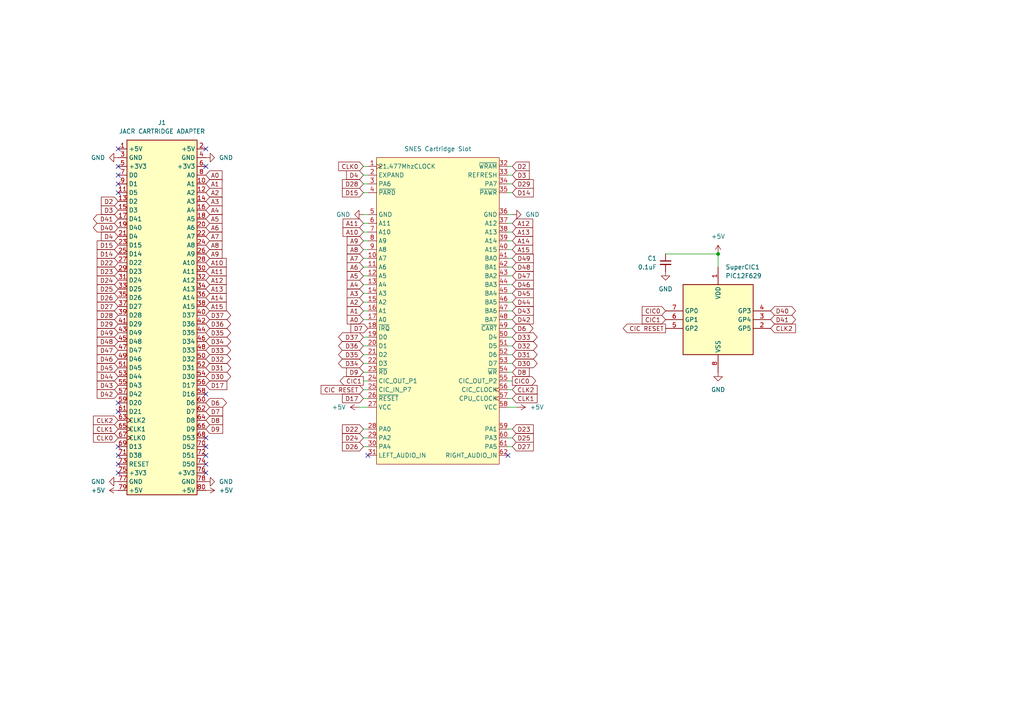
<source format=kicad_sch>
(kicad_sch (version 20250114) (generator "eeschema") (generator_version "9.0")
  (paper "A4")
  (title_block (title "SNES Adapter - Just Another Cartridge Reader") (date "2025-10-22") (company "Diplomatic Entertainment, LLC.") (comment 1 "CC BY 4.0"))
  (lib_symbols
    (symbol "Device:C_Small" (pin_numbers (hide yes)) (pin_names (offset 0.254) (hide yes))
      (property "Reference" "C" (at 0.254 1.778 0))
      (property "Value" "C_Small" (at 0.254 -2.032 0))
      (symbol "C_Small_0_1"
        (polyline (pts (xy -1.524 0.508) (xy 1.524 0.508)) (stroke (width 0.3048)))
        (polyline (pts (xy -1.524 -0.508) (xy 1.524 -0.508)) (stroke (width 0.3302)))
      )
      (symbol "C_Small_1_1"
        (pin passive line (at 0 2.54 270) (length 2.032) (name "~") (number "1"))
        (pin passive line (at 0 -2.54 90) (length 2.032) (name "~") (number "2"))
      )
    )
    (symbol "DiplomaticEntertainment:JACR_CARD_EDGE"
      (property "Reference" "J1" (at 0 54.61 0))
      (property "Value" "JACR CARTRIDGE ADAPTER" (at 0 52.07 0))
      (symbol "JACR_CARD_EDGE_0_1"
        (rectangle (start -10.16 49.53) (end 10.16 -53.34) (stroke (width 0.254)) (fill (type background)))
      )
      (symbol "JACR_CARD_EDGE_1_1"
        (pin power_out line (at -12.7 46.99 0) (length 2.54) (name "+5V") (number "1"))
        (pin power_in line (at -12.7 44.45 0) (length 2.54) (name "GND") (number "3"))
        (pin power_out line (at -12.7 41.91 0) (length 2.54) (name "+3V3") (number "5"))
        (pin bidirectional line (at -12.7 39.37 0) (length 2.54) (name "D0") (number "7"))
        (pin bidirectional line (at -12.7 36.83 0) (length 2.54) (name "D1") (number "9"))
        (pin bidirectional line (at -12.7 34.29 0) (length 2.54) (name "D5") (number "11"))
        (pin bidirectional line (at -12.7 31.75 0) (length 2.54) (name "D2") (number "13"))
        (pin bidirectional line (at -12.7 29.21 0) (length 2.54) (name "D3") (number "15"))
        (pin bidirectional line (at -12.7 26.67 0) (length 2.54) (name "D41") (number "17"))
        (pin bidirectional line (at -12.7 24.13 0) (length 2.54) (name "D40") (number "19"))
        (pin bidirectional line (at -12.7 21.59 0) (length 2.54) (name "D4") (number "21"))
        (pin bidirectional line (at -12.7 19.05 0) (length 2.54) (name "D15") (number "23"))
        (pin bidirectional line (at -12.7 16.51 0) (length 2.54) (name "D14") (number "25"))
        (pin bidirectional line (at -12.7 13.97 0) (length 2.54) (name "D22") (number "27"))
        (pin bidirectional line (at -12.7 11.43 0) (length 2.54) (name "D23") (number "29"))
        (pin bidirectional line (at -12.7 8.89 0) (length 2.54) (name "D24") (number "31"))
        (pin bidirectional line (at -12.7 6.35 0) (length 2.54) (name "D25") (number "33"))
        (pin bidirectional line (at -12.7 3.81 0) (length 2.54) (name "D26") (number "35"))
        (pin bidirectional line (at -12.7 1.27 0) (length 2.54) (name "D27") (number "37"))
        (pin bidirectional line (at -12.7 -1.27 0) (length 2.54) (name "D28") (number "39"))
        (pin bidirectional line (at -12.7 -3.81 0) (length 2.54) (name "D29") (number "41"))
        (pin bidirectional line (at -12.7 -6.35 0) (length 2.54) (name "D49") (number "43"))
        (pin bidirectional line (at -12.7 -8.89 0) (length 2.54) (name "D48") (number "45"))
        (pin bidirectional line (at -12.7 -11.43 0) (length 2.54) (name "D47") (number "47"))
        (pin bidirectional line (at -12.7 -13.97 0) (length 2.54) (name "D46") (number "49"))
        (pin bidirectional line (at -12.7 -16.51 0) (length 2.54) (name "D45") (number "51"))
        (pin bidirectional line (at -12.7 -19.05 0) (length 2.54) (name "D44") (number "53"))
        (pin bidirectional line (at -12.7 -21.59 0) (length 2.54) (name "D43") (number "55"))
        (pin bidirectional line (at -12.7 -24.13 0) (length 2.54) (name "D42") (number "57"))
        (pin bidirectional line (at -12.7 -26.67 0) (length 2.54) (name "D20") (number "59"))
        (pin bidirectional line (at -12.7 -29.21 0) (length 2.54) (name "D21") (number "61"))
        (pin output clock (at -12.7 -31.75 0) (length 2.54) (name "CLK2") (number "63"))
        (pin output clock (at -12.7 -34.29 0) (length 2.54) (name "CLK1") (number "65"))
        (pin output clock (at -12.7 -36.83 0) (length 2.54) (name "CLK0") (number "67"))
        (pin bidirectional line (at -12.7 -39.37 0) (length 2.54) (name "D13") (number "69"))
        (pin bidirectional line (at -12.7 -41.91 0) (length 2.54) (name "D38") (number "71"))
        (pin bidirectional line (at -12.7 -44.45 0) (length 2.54) (name "RESET") (number "73"))
        (pin power_out line (at -12.7 -46.99 0) (length 2.54) (name "+3V3") (number "75"))
        (pin power_in line (at -12.7 -49.53 0) (length 2.54) (name "GND") (number "77"))
        (pin power_out line (at -12.7 -52.07 0) (length 2.54) (name "+5V") (number "79"))
        (pin power_out line (at 12.7 46.99 180) (length 2.54) (name "+5V") (number "2"))
        (pin power_in line (at 12.7 44.45 180) (length 2.54) (name "GND") (number "4"))
        (pin power_out line (at 12.7 41.91 180) (length 2.54) (name "+3V3") (number "6"))
        (pin bidirectional line (at 12.7 39.37 180) (length 2.54) (name "A0") (number "8"))
        (pin bidirectional line (at 12.7 36.83 180) (length 2.54) (name "A1") (number "10"))
        (pin bidirectional line (at 12.7 34.29 180) (length 2.54) (name "A2") (number "12"))
        (pin bidirectional line (at 12.7 31.75 180) (length 2.54) (name "A3") (number "14"))
        (pin bidirectional line (at 12.7 29.21 180) (length 2.54) (name "A4") (number "16"))
        (pin bidirectional line (at 12.7 26.67 180) (length 2.54) (name "A5") (number "18"))
        (pin bidirectional line (at 12.7 24.13 180) (length 2.54) (name "A6") (number "20"))
        (pin bidirectional line (at 12.7 21.59 180) (length 2.54) (name "A7") (number "22"))
        (pin bidirectional line (at 12.7 19.05 180) (length 2.54) (name "A8") (number "24"))
        (pin bidirectional line (at 12.7 16.51 180) (length 2.54) (name "A9") (number "26"))
        (pin bidirectional line (at 12.7 13.97 180) (length 2.54) (name "A10") (number "28"))
        (pin bidirectional line (at 12.7 11.43 180) (length 2.54) (name "A11") (number "30"))
        (pin bidirectional line (at 12.7 8.89 180) (length 2.54) (name "A12") (number "32"))
        (pin bidirectional line (at 12.7 6.35 180) (length 2.54) (name "A13") (number "34"))
        (pin bidirectional line (at 12.7 3.81 180) (length 2.54) (name "A14") (number "36"))
        (pin bidirectional line (at 12.7 1.27 180) (length 2.54) (name "A15") (number "38"))
        (pin bidirectional line (at 12.7 -1.27 180) (length 2.54) (name "D37") (number "40"))
        (pin bidirectional line (at 12.7 -3.81 180) (length 2.54) (name "D36") (number "42"))
        (pin bidirectional line (at 12.7 -6.35 180) (length 2.54) (name "D35") (number "44"))
        (pin bidirectional line (at 12.7 -8.89 180) (length 2.54) (name "D34") (number "46"))
        (pin bidirectional line (at 12.7 -11.43 180) (length 2.54) (name "D33") (number "48"))
        (pin bidirectional line (at 12.7 -13.97 180) (length 2.54) (name "D32") (number "50"))
        (pin bidirectional line (at 12.7 -16.51 180) (length 2.54) (name "D31") (number "52"))
        (pin bidirectional line (at 12.7 -19.05 180) (length 2.54) (name "D30") (number "54"))
        (pin bidirectional line (at 12.7 -21.59 180) (length 2.54) (name "D17") (number "56"))
        (pin bidirectional line (at 12.7 -24.13 180) (length 2.54) (name "D16") (number "58"))
        (pin bidirectional line (at 12.7 -26.67 180) (length 2.54) (name "D6") (number "60"))
        (pin bidirectional line (at 12.7 -29.21 180) (length 2.54) (name "D7") (number "62"))
        (pin bidirectional line (at 12.7 -31.75 180) (length 2.54) (name "D8") (number "64"))
        (pin bidirectional line (at 12.7 -34.29 180) (length 2.54) (name "D9") (number "66"))
        (pin bidirectional line (at 12.7 -36.83 180) (length 2.54) (name "D53") (number "68"))
        (pin bidirectional line (at 12.7 -39.37 180) (length 2.54) (name "D52") (number "70"))
        (pin bidirectional line (at 12.7 -41.91 180) (length 2.54) (name "D51") (number "72"))
        (pin bidirectional line (at 12.7 -44.45 180) (length 2.54) (name "D50") (number "74"))
        (pin power_out line (at 12.7 -46.99 180) (length 2.54) (name "+3V3") (number "76"))
        (pin power_in line (at 12.7 -49.53 180) (length 2.54) (name "GND") (number "78"))
        (pin power_out line (at 12.7 -52.07 180) (length 2.54) (name "+5V") (number "80"))
      )
    )
    (symbol "MCU_Microchip_PIC12:PIC12F629-xSN"
      (property "Reference" "U" (at 1.27 13.97 0))
      (property "Value" "PIC12F629-xSN" (at 1.27 11.43 0))
      (symbol "PIC12F629-xSN_0_1"
        (rectangle (start 10.16 -10.16) (end -10.16 10.16) (stroke (width 0.254)) (fill (type background)))
      )
      (symbol "PIC12F629-xSN_1_1"
        (pin bidirectional line (at -15.24 2.54 0) (length 5.08) (name "GP0") (number "7"))
        (pin bidirectional line (at -15.24 0 0) (length 5.08) (name "GP1") (number "6"))
        (pin bidirectional line (at -15.24 -2.54 0) (length 5.08) (name "GP2") (number "5"))
        (pin power_in line (at 0 15.24 270) (length 5.08) (name "VDD") (number "1"))
        (pin power_in line (at 0 -15.24 90) (length 5.08) (name "VSS") (number "8"))
        (pin input line (at 15.24 2.54 180) (length 5.08) (name "GP3") (number "4"))
        (pin bidirectional line (at 15.24 0 180) (length 5.08) (name "GP4") (number "3"))
        (pin bidirectional line (at 15.24 -2.54 180) (length 5.08) (name "GP5") (number "2"))
      )
    )
    (symbol "Nintendo:SNES_Cartridge_Slot"
      (property "Value" "SNES Cartridge Slot" (at -0.762 0 0))
      (symbol "SNES_Cartridge_Slot_0_0"
        (pin unspecified line (at -20.32 26.67 0) (length 2.54) (name "A11") (number "6"))
        (pin unspecified line (at -20.32 24.13 0) (length 2.54) (name "A10") (number "7"))
        (pin unspecified line (at -20.32 21.59 0) (length 2.54) (name "A9") (number "8"))
        (pin unspecified line (at -20.32 19.05 0) (length 2.54) (name "A8") (number "9"))
        (pin unspecified line (at -20.32 16.51 0) (length 2.54) (name "A7") (number "10"))
        (pin unspecified line (at -20.32 13.97 0) (length 2.54) (name "A6") (number "11"))
        (pin unspecified line (at -20.32 11.43 0) (length 2.54) (name "A5") (number "12"))
        (pin unspecified line (at -20.32 8.89 0) (length 2.54) (name "A4") (number "13"))
        (pin unspecified line (at -20.32 6.35 0) (length 2.54) (name "A3") (number "14"))
        (pin unspecified line (at -20.32 3.81 0) (length 2.54) (name "A2") (number "15"))
        (pin unspecified line (at -20.32 1.27 0) (length 2.54) (name "A1") (number "16"))
        (pin unspecified line (at -20.32 -1.27 0) (length 2.54) (name "A0") (number "17"))
      )
      (symbol "SNES_Cartridge_Slot_1_0"
        (pin input clock (at -20.32 43.18 0) (length 2.54) (name "21.477MhzCLOCK") (number "1"))
        (pin unspecified line (at -20.32 40.64 0) (length 2.54) (name "EXPAND") (number "2"))
        (pin unspecified line (at -20.32 38.1 0) (length 2.54) (name "PA6") (number "3"))
        (pin unspecified line (at -20.32 35.56 0) (length 2.54) (name "~{PARD}") (number "4"))
        (pin power_in line (at -20.32 29.21 0) (length 2.54) (name "GND") (number "5"))
        (pin unspecified line (at -20.32 -3.81 0) (length 2.54) (name "~{IRQ}") (number "18"))
        (pin unspecified line (at -20.32 -6.35 0) (length 2.54) (name "D0") (number "19"))
        (pin unspecified line (at -20.32 -8.89 0) (length 2.54) (name "D1") (number "20"))
        (pin unspecified line (at -20.32 -11.43 0) (length 2.54) (name "D2") (number "21"))
        (pin unspecified line (at -20.32 -13.97 0) (length 2.54) (name "D3") (number "22"))
        (pin unspecified line (at -20.32 -16.51 0) (length 2.54) (name "~{RD}") (number "23"))
        (pin output line (at -20.32 -19.05 0) (length 2.54) (name "CIC_OUT_P1") (number "24"))
        (pin input line (at -20.32 -21.59 0) (length 2.54) (name "CIC_IN_P7") (number "25"))
        (pin unspecified line (at -20.32 -24.13 0) (length 2.54) (name "~{RESET}") (number "26"))
        (pin power_in line (at -20.32 -26.67 0) (length 2.54) (name "VCC") (number "27"))
        (pin unspecified line (at -20.32 -33.02 0) (length 2.54) (name "PA0") (number "28"))
        (pin unspecified line (at -20.32 -35.56 0) (length 2.54) (name "PA2") (number "29"))
        (pin unspecified line (at -20.32 -38.1 0) (length 2.54) (name "PA4") (number "30"))
        (pin input line (at -20.32 -40.64 0) (length 2.54) (name "LEFT_AUDIO_IN") (number "31"))
        (pin unspecified line (at 20.32 43.18 180) (length 2.54) (name "~{WRAM}") (number "32"))
        (pin unspecified line (at 20.32 40.64 180) (length 2.54) (name "REFRESH") (number "33"))
        (pin unspecified line (at 20.32 38.1 180) (length 2.54) (name "PA7") (number "34"))
        (pin unspecified line (at 20.32 35.56 180) (length 2.54) (name "~{PAWR}") (number "35"))
        (pin power_in line (at 20.32 29.21 180) (length 2.54) (name "GND") (number "36"))
        (pin unspecified line (at 20.32 26.67 180) (length 2.54) (name "A12") (number "37"))
        (pin unspecified line (at 20.32 24.13 180) (length 2.54) (name "A13") (number "38"))
        (pin unspecified line (at 20.32 21.59 180) (length 2.54) (name "A14") (number "39"))
        (pin unspecified line (at 20.32 19.05 180) (length 2.54) (name "A15") (number "40"))
        (pin unspecified line (at 20.32 16.51 180) (length 2.54) (name "BA0") (number "41"))
        (pin unspecified line (at 20.32 13.97 180) (length 2.54) (name "BA1") (number "42"))
        (pin unspecified line (at 20.32 11.43 180) (length 2.54) (name "BA2") (number "43"))
        (pin unspecified line (at 20.32 8.89 180) (length 2.54) (name "BA3") (number "44"))
        (pin unspecified line (at 20.32 6.35 180) (length 2.54) (name "BA4") (number "45"))
        (pin unspecified line (at 20.32 3.81 180) (length 2.54) (name "BA5") (number "46"))
        (pin unspecified line (at 20.32 1.27 180) (length 2.54) (name "BA6") (number "47"))
        (pin unspecified line (at 20.32 -1.27 180) (length 2.54) (name "BA7") (number "48"))
        (pin unspecified line (at 20.32 -3.81 180) (length 2.54) (name "~{CART}") (number "49"))
        (pin unspecified line (at 20.32 -6.35 180) (length 2.54) (name "D4") (number "50"))
        (pin unspecified line (at 20.32 -8.89 180) (length 2.54) (name "D5") (number "51"))
        (pin unspecified line (at 20.32 -11.43 180) (length 2.54) (name "D6") (number "52"))
        (pin unspecified line (at 20.32 -13.97 180) (length 2.54) (name "D7") (number "53"))
        (pin unspecified line (at 20.32 -16.51 180) (length 2.54) (name "~{WR}") (number "54"))
        (pin output line (at 20.32 -19.05 180) (length 2.54) (name "CIC_OUT_P2") (number "55"))
        (pin input clock (at 20.32 -21.59 180) (length 2.54) (name "CIC_CLOCK") (number "56"))
        (pin input clock (at 20.32 -24.13 180) (length 2.54) (name "CPU_CLOCK") (number "57"))
        (pin power_in line (at 20.32 -26.67 180) (length 2.54) (name "VCC") (number "58"))
        (pin unspecified line (at 20.32 -33.02 180) (length 2.54) (name "PA1") (number "59"))
        (pin unspecified line (at 20.32 -35.56 180) (length 2.54) (name "PA3") (number "60"))
        (pin unspecified line (at 20.32 -38.1 180) (length 2.54) (name "PA5") (number "61"))
        (pin unspecified line (at 20.32 -40.64 180) (length 2.54) (name "RIGHT_AUDIO_IN") (number "62"))
      )
      (symbol "SNES_Cartridge_Slot_1_1"
        (rectangle (start -17.78 45.72) (end 17.78 -43.18) (fill (type background)))
      )
    )
    (symbol "power:+5V" (power) (pin_numbers (hide yes)) (pin_names (offset 0) (hide yes))
      (property "Value" "+5V" (at 0 3.556 0))
      (symbol "+5V_0_1"
        (polyline (pts (xy -0.762 1.27) (xy 0 2.54)))
        (polyline (pts (xy 0 2.54) (xy 0.762 1.27)))
        (polyline (pts (xy 0 0) (xy 0 2.54)))
      )
      (symbol "+5V_1_1"
        (pin power_in line (at 0 0 90) (length 0) (name "~") (number "1"))
      )
    )
    (symbol "power:GND" (power) (pin_numbers (hide yes)) (pin_names (offset 0) (hide yes))
      (property "Value" "GND" (at 0 -3.81 0))
      (symbol "GND_0_1"
        (polyline (pts (xy 0 0) (xy 0 -1.27) (xy 1.27 -1.27) (xy 0 -2.54) (xy -1.27 -1.27) (xy 0 -1.27)))
      )
      (symbol "GND_1_1"
        (pin power_in line (at 0 0 270) (length 0) (name "~") (number "1"))
      )
    )
  )
  (junction (at 208.28 73.66))
  (no_connect (at 34.29 116.84))
  (no_connect (at 34.29 43.18))
  (no_connect (at 59.69 132.08))
  (no_connect (at 34.29 132.08))
  (no_connect (at 34.29 48.26))
  (no_connect (at 59.69 43.18))
  (no_connect (at 59.69 137.16))
  (no_connect (at 59.69 129.54))
  (no_connect (at 34.29 53.34))
  (no_connect (at 147.32 132.08))
  (no_connect (at 34.29 55.88))
  (no_connect (at 34.29 50.8))
  (no_connect (at 34.29 137.16))
  (no_connect (at 106.68 132.08))
  (no_connect (at 59.69 114.3))
  (no_connect (at 34.29 119.38))
  (no_connect (at 34.29 134.62))
  (no_connect (at 34.29 129.54))
  (no_connect (at 59.69 134.62))
  (no_connect (at 59.69 48.26))
  (no_connect (at 59.69 127))
  (wire (pts (xy 104.14 118.11) (xy 106.68 118.11)))
  (wire (pts (xy 105.41 64.77) (xy 106.68 64.77)))
  (wire (pts (xy 148.59 50.8) (xy 147.32 50.8)))
  (wire (pts (xy 148.59 74.93) (xy 147.32 74.93)))
  (wire (pts (xy 148.59 85.09) (xy 147.32 85.09)))
  (wire (pts (xy 105.41 80.01) (xy 106.68 80.01)))
  (wire (pts (xy 105.41 90.17) (xy 106.68 90.17)))
  (wire (pts (xy 105.41 62.23) (xy 106.68 62.23)))
  (wire (pts (xy 105.41 48.26) (xy 106.68 48.26)))
  (wire (pts (xy 148.59 87.63) (xy 147.32 87.63)))
  (wire (pts (xy 105.41 72.39) (xy 106.68 72.39)))
  (wire (pts (xy 105.41 113.03) (xy 106.68 113.03)))
  (wire (pts (xy 148.59 53.34) (xy 147.32 53.34)))
  (wire (pts (xy 105.41 127) (xy 106.68 127)))
  (wire (pts (xy 105.41 92.71) (xy 106.68 92.71)))
  (wire (pts (xy 105.41 124.46) (xy 106.68 124.46)))
  (wire (pts (xy 105.41 107.95) (xy 106.68 107.95)))
  (wire (pts (xy 148.59 100.33) (xy 147.32 100.33)))
  (wire (pts (xy 148.59 107.95) (xy 147.32 107.95)))
  (wire (pts (xy 105.41 115.57) (xy 106.68 115.57)))
  (wire (pts (xy 148.59 105.41) (xy 147.32 105.41)))
  (wire (pts (xy 105.41 69.85) (xy 106.68 69.85)))
  (wire (pts (xy 148.59 113.03) (xy 147.32 113.03)))
  (wire (pts (xy 148.59 77.47) (xy 147.32 77.47)))
  (wire (pts (xy 148.59 82.55) (xy 147.32 82.55)))
  (wire (pts (xy 105.41 53.34) (xy 106.68 53.34)))
  (wire (pts (xy 105.41 97.79) (xy 106.68 97.79)))
  (wire (pts (xy 105.41 77.47) (xy 106.68 77.47)))
  (wire (pts (xy 105.41 105.41) (xy 106.68 105.41)))
  (wire (pts (xy 148.59 97.79) (xy 147.32 97.79)))
  (wire (pts (xy 105.41 67.31) (xy 106.68 67.31)))
  (wire (pts (xy 148.59 90.17) (xy 147.32 90.17)))
  (wire (pts (xy 105.41 82.55) (xy 106.68 82.55)))
  (wire (pts (xy 148.59 127) (xy 147.32 127)))
  (wire (pts (xy 148.59 48.26) (xy 147.32 48.26)))
  (wire (pts (xy 105.41 100.33) (xy 106.68 100.33)))
  (wire (pts (xy 148.59 64.77) (xy 147.32 64.77)))
  (wire (pts (xy 193.04 73.66) (xy 208.28 73.66)))
  (wire (pts (xy 149.86 118.11) (xy 147.32 118.11)))
  (wire (pts (xy 148.59 69.85) (xy 147.32 69.85)))
  (wire (pts (xy 148.59 62.23) (xy 147.32 62.23)))
  (wire (pts (xy 148.59 67.31) (xy 147.32 67.31)))
  (wire (pts (xy 148.59 80.01) (xy 147.32 80.01)))
  (wire (pts (xy 105.41 129.54) (xy 106.68 129.54)))
  (wire (pts (xy 105.41 85.09) (xy 106.68 85.09)))
  (wire (pts (xy 148.59 129.54) (xy 147.32 129.54)))
  (wire (pts (xy 148.59 110.49) (xy 147.32 110.49)))
  (wire (pts (xy 105.41 74.93) (xy 106.68 74.93)))
  (wire (pts (xy 105.41 50.8) (xy 106.68 50.8)))
  (wire (pts (xy 148.59 115.57) (xy 147.32 115.57)))
  (wire (pts (xy 148.59 72.39) (xy 147.32 72.39)))
  (wire (pts (xy 208.28 73.66) (xy 208.28 77.47)))
  (wire (pts (xy 148.59 95.25) (xy 147.32 95.25)))
  (wire (pts (xy 148.59 55.88) (xy 147.32 55.88)))
  (wire (pts (xy 148.59 102.87) (xy 147.32 102.87)))
  (wire (pts (xy 148.59 124.46) (xy 147.32 124.46)))
  (wire (pts (xy 105.41 55.88) (xy 106.68 55.88)))
  (wire (pts (xy 105.41 87.63) (xy 106.68 87.63)))
  (wire (pts (xy 105.41 110.49) (xy 106.68 110.49)))
  (wire (pts (xy 148.59 92.71) (xy 147.32 92.71)))
  (wire (pts (xy 105.41 102.87) (xy 106.68 102.87)))
  (global_label "D37" (shape bidirectional) (at 59.69 91.44 0) (property "Intersheetrefs" "${INTERSHEET_REFS}" (effects (hide yes))))
  (global_label "D23" (shape input) (at 34.29 78.74 180) (property "Intersheetrefs" "${INTERSHEET_REFS}" (effects (hide yes))))
  (global_label "CIC RESET" (shape output) (at 193.04 95.25 180) (property "Intersheetrefs" "${INTERSHEET_REFS}" (effects (hide yes))))
  (global_label "D3" (shape input) (at 34.29 60.96 180) (property "Intersheetrefs" "${INTERSHEET_REFS}" (effects (hide yes))))
  (global_label "D45" (shape input) (at 34.29 106.68 180) (property "Intersheetrefs" "${INTERSHEET_REFS}" (effects (hide yes))))
  (global_label "CIC RESET" (shape input) (at 105.41 113.03 180) (property "Intersheetrefs" "${INTERSHEET_REFS}" (effects (hide yes))))
  (global_label "A6" (shape input) (at 105.41 77.47 180) (property "Intersheetrefs" "${INTERSHEET_REFS}" (effects (hide yes))))
  (global_label "A12" (shape input) (at 59.69 81.28 0) (property "Intersheetrefs" "${INTERSHEET_REFS}" (effects (hide yes))))
  (global_label "D35" (shape bidirectional) (at 105.41 102.87 180) (property "Intersheetrefs" "${INTERSHEET_REFS}" (effects (hide yes))))
  (global_label "A0" (shape input) (at 105.41 92.71 180) (property "Intersheetrefs" "${INTERSHEET_REFS}" (effects (hide yes))))
  (global_label "D2" (shape input) (at 148.59 48.26 0) (property "Intersheetrefs" "${INTERSHEET_REFS}" (effects (hide yes))))
  (global_label "D49" (shape input) (at 34.29 96.52 180) (property "Intersheetrefs" "${INTERSHEET_REFS}" (effects (hide yes))))
  (global_label "D22" (shape input) (at 34.29 76.2 180) (property "Intersheetrefs" "${INTERSHEET_REFS}" (effects (hide yes))))
  (global_label "A11" (shape input) (at 105.41 64.77 180) (property "Intersheetrefs" "${INTERSHEET_REFS}" (effects (hide yes))))
  (global_label "D41" (shape bidirectional) (at 223.52 92.71 0) (property "Intersheetrefs" "${INTERSHEET_REFS}" (effects (hide yes))))
  (global_label "D8" (shape input) (at 59.69 121.92 0) (property "Intersheetrefs" "${INTERSHEET_REFS}" (effects (hide yes))))
  (global_label "A6" (shape input) (at 59.69 66.04 0) (property "Intersheetrefs" "${INTERSHEET_REFS}" (effects (hide yes))))
  (global_label "D32" (shape bidirectional) (at 59.69 104.14 0) (property "Intersheetrefs" "${INTERSHEET_REFS}" (effects (hide yes))))
  (global_label "A5" (shape input) (at 105.41 80.01 180) (property "Intersheetrefs" "${INTERSHEET_REFS}" (effects (hide yes))))
  (global_label "D9" (shape input) (at 105.41 107.95 180) (property "Intersheetrefs" "${INTERSHEET_REFS}" (effects (hide yes))))
  (global_label "D9" (shape input) (at 59.69 124.46 0) (property "Intersheetrefs" "${INTERSHEET_REFS}" (effects (hide yes))))
  (global_label "A10" (shape input) (at 59.69 76.2 0) (property "Intersheetrefs" "${INTERSHEET_REFS}" (effects (hide yes))))
  (global_label "A8" (shape input) (at 105.41 72.39 180) (property "Intersheetrefs" "${INTERSHEET_REFS}" (effects (hide yes))))
  (global_label "CIC1" (shape input) (at 193.04 92.71 180) (property "Intersheetrefs" "${INTERSHEET_REFS}" (effects (hide yes))))
  (global_label "D24" (shape input) (at 34.29 81.28 180) (property "Intersheetrefs" "${INTERSHEET_REFS}" (effects (hide yes))))
  (global_label "D49" (shape input) (at 148.59 74.93 0) (property "Intersheetrefs" "${INTERSHEET_REFS}" (effects (hide yes))))
  (global_label "A1" (shape input) (at 59.69 53.34 0) (property "Intersheetrefs" "${INTERSHEET_REFS}" (effects (hide yes))))
  (global_label "D17" (shape input) (at 59.69 111.76 0) (property "Intersheetrefs" "${INTERSHEET_REFS}" (effects (hide yes))))
  (global_label "D48" (shape input) (at 148.59 77.47 0) (property "Intersheetrefs" "${INTERSHEET_REFS}" (effects (hide yes))))
  (global_label "CLK1" (shape input) (at 148.59 115.57 0) (property "Intersheetrefs" "${INTERSHEET_REFS}" (effects (hide yes))))
  (global_label "D6" (shape bidirectional) (at 59.69 116.84 0) (property "Intersheetrefs" "${INTERSHEET_REFS}" (effects (hide yes))))
  (global_label "A1" (shape input) (at 105.41 90.17 180) (property "Intersheetrefs" "${INTERSHEET_REFS}" (effects (hide yes))))
  (global_label "D30" (shape bidirectional) (at 148.59 105.41 0) (property "Intersheetrefs" "${INTERSHEET_REFS}" (effects (hide yes))))
  (global_label "A14" (shape input) (at 148.59 69.85 0) (property "Intersheetrefs" "${INTERSHEET_REFS}" (effects (hide yes))))
  (global_label "D25" (shape input) (at 148.59 127 0) (property "Intersheetrefs" "${INTERSHEET_REFS}" (effects (hide yes))))
  (global_label "CLK2" (shape input) (at 148.59 113.03 0) (property "Intersheetrefs" "${INTERSHEET_REFS}" (effects (hide yes))))
  (global_label "D35" (shape bidirectional) (at 59.69 96.52 0) (property "Intersheetrefs" "${INTERSHEET_REFS}" (effects (hide yes))))
  (global_label "D15" (shape input) (at 105.41 55.88 180) (property "Intersheetrefs" "${INTERSHEET_REFS}" (effects (hide yes))))
  (global_label "D37" (shape bidirectional) (at 105.41 97.79 180) (property "Intersheetrefs" "${INTERSHEET_REFS}" (effects (hide yes))))
  (global_label "D3" (shape input) (at 148.59 50.8 0) (property "Intersheetrefs" "${INTERSHEET_REFS}" (effects (hide yes))))
  (global_label "D15" (shape input) (at 34.29 71.12 180) (property "Intersheetrefs" "${INTERSHEET_REFS}" (effects (hide yes))))
  (global_label "D30" (shape bidirectional) (at 59.69 109.22 0) (property "Intersheetrefs" "${INTERSHEET_REFS}" (effects (hide yes))))
  (global_label "D31" (shape bidirectional) (at 148.59 102.87 0) (property "Intersheetrefs" "${INTERSHEET_REFS}" (effects (hide yes))))
  (global_label "D14" (shape input) (at 34.29 73.66 180) (property "Intersheetrefs" "${INTERSHEET_REFS}" (effects (hide yes))))
  (global_label "D24" (shape input) (at 105.41 127 180) (property "Intersheetrefs" "${INTERSHEET_REFS}" (effects (hide yes))))
  (global_label "D46" (shape input) (at 34.29 104.14 180) (property "Intersheetrefs" "${INTERSHEET_REFS}" (effects (hide yes))))
  (global_label "A2" (shape input) (at 59.69 55.88 0) (property "Intersheetrefs" "${INTERSHEET_REFS}" (effects (hide yes))))
  (global_label "CLK0" (shape input) (at 105.41 48.26 180) (property "Intersheetrefs" "${INTERSHEET_REFS}" (effects (hide yes))))
  (global_label "D28" (shape input) (at 105.41 53.34 180) (property "Intersheetrefs" "${INTERSHEET_REFS}" (effects (hide yes))))
  (global_label "D36" (shape bidirectional) (at 59.69 93.98 0) (property "Intersheetrefs" "${INTERSHEET_REFS}" (effects (hide yes))))
  (global_label "A2" (shape input) (at 105.41 87.63 180) (property "Intersheetrefs" "${INTERSHEET_REFS}" (effects (hide yes))))
  (global_label "D7" (shape input) (at 59.69 119.38 0) (property "Intersheetrefs" "${INTERSHEET_REFS}" (effects (hide yes))))
  (global_label "D32" (shape bidirectional) (at 148.59 100.33 0) (property "Intersheetrefs" "${INTERSHEET_REFS}" (effects (hide yes))))
  (global_label "A7" (shape input) (at 59.69 68.58 0) (property "Intersheetrefs" "${INTERSHEET_REFS}" (effects (hide yes))))
  (global_label "D40" (shape bidirectional) (at 223.52 90.17 0) (property "Intersheetrefs" "${INTERSHEET_REFS}" (effects (hide yes))))
  (global_label "D29" (shape input) (at 148.59 53.34 0) (property "Intersheetrefs" "${INTERSHEET_REFS}" (effects (hide yes))))
  (global_label "D28" (shape input) (at 34.29 91.44 180) (property "Intersheetrefs" "${INTERSHEET_REFS}" (effects (hide yes))))
  (global_label "D42" (shape input) (at 34.29 114.3 180) (property "Intersheetrefs" "${INTERSHEET_REFS}" (effects (hide yes))))
  (global_label "D26" (shape input) (at 105.41 129.54 180) (property "Intersheetrefs" "${INTERSHEET_REFS}" (effects (hide yes))))
  (global_label "D42" (shape input) (at 148.59 92.71 0) (property "Intersheetrefs" "${INTERSHEET_REFS}" (effects (hide yes))))
  (global_label "D33" (shape bidirectional) (at 59.69 101.6 0) (property "Intersheetrefs" "${INTERSHEET_REFS}" (effects (hide yes))))
  (global_label "D44" (shape input) (at 34.29 109.22 180) (property "Intersheetrefs" "${INTERSHEET_REFS}" (effects (hide yes))))
  (global_label "A4" (shape input) (at 59.69 60.96 0) (property "Intersheetrefs" "${INTERSHEET_REFS}" (effects (hide yes))))
  (global_label "D47" (shape input) (at 148.59 80.01 0) (property "Intersheetrefs" "${INTERSHEET_REFS}" (effects (hide yes))))
  (global_label "A11" (shape input) (at 59.69 78.74 0) (property "Intersheetrefs" "${INTERSHEET_REFS}" (effects (hide yes))))
  (global_label "D22" (shape input) (at 105.41 124.46 180) (property "Intersheetrefs" "${INTERSHEET_REFS}" (effects (hide yes))))
  (global_label "A3" (shape input) (at 59.69 58.42 0) (property "Intersheetrefs" "${INTERSHEET_REFS}" (effects (hide yes))))
  (global_label "D29" (shape input) (at 34.29 93.98 180) (property "Intersheetrefs" "${INTERSHEET_REFS}" (effects (hide yes))))
  (global_label "D17" (shape input) (at 105.41 115.57 180) (property "Intersheetrefs" "${INTERSHEET_REFS}" (effects (hide yes))))
  (global_label "D36" (shape bidirectional) (at 105.41 100.33 180) (property "Intersheetrefs" "${INTERSHEET_REFS}" (effects (hide yes))))
  (global_label "A5" (shape input) (at 59.69 63.5 0) (property "Intersheetrefs" "${INTERSHEET_REFS}" (effects (hide yes))))
  (global_label "D23" (shape input) (at 148.59 124.46 0) (property "Intersheetrefs" "${INTERSHEET_REFS}" (effects (hide yes))))
  (global_label "D34" (shape bidirectional) (at 105.41 105.41 180) (property "Intersheetrefs" "${INTERSHEET_REFS}" (effects (hide yes))))
  (global_label "D8" (shape input) (at 148.59 107.95 0) (property "Intersheetrefs" "${INTERSHEET_REFS}" (effects (hide yes))))
  (global_label "D45" (shape input) (at 148.59 85.09 0) (property "Intersheetrefs" "${INTERSHEET_REFS}" (effects (hide yes))))
  (global_label "D47" (shape input) (at 34.29 101.6 180) (property "Intersheetrefs" "${INTERSHEET_REFS}" (effects (hide yes))))
  (global_label "D6" (shape bidirectional) (at 148.59 95.25 0) (property "Intersheetrefs" "${INTERSHEET_REFS}" (effects (hide yes))))
  (global_label "D26" (shape input) (at 34.29 86.36 180) (property "Intersheetrefs" "${INTERSHEET_REFS}" (effects (hide yes))))
  (global_label "D43" (shape input) (at 34.29 111.76 180) (property "Intersheetrefs" "${INTERSHEET_REFS}" (effects (hide yes))))
  (global_label "D43" (shape input) (at 148.59 90.17 0) (property "Intersheetrefs" "${INTERSHEET_REFS}" (effects (hide yes))))
  (global_label "D31" (shape bidirectional) (at 59.69 106.68 0) (property "Intersheetrefs" "${INTERSHEET_REFS}" (effects (hide yes))))
  (global_label "CLK1" (shape input) (at 34.29 124.46 180) (property "Intersheetrefs" "${INTERSHEET_REFS}" (effects (hide yes))))
  (global_label "D4" (shape input) (at 105.41 50.8 180) (property "Intersheetrefs" "${INTERSHEET_REFS}" (effects (hide yes))))
  (global_label "CIC0" (shape output) (at 148.59 110.49 0) (property "Intersheetrefs" "${INTERSHEET_REFS}" (effects (hide yes))))
  (global_label "A13" (shape input) (at 59.69 83.82 0) (property "Intersheetrefs" "${INTERSHEET_REFS}" (effects (hide yes))))
  (global_label "D44" (shape input) (at 148.59 87.63 0) (property "Intersheetrefs" "${INTERSHEET_REFS}" (effects (hide yes))))
  (global_label "CLK0" (shape input) (at 34.29 127 180) (property "Intersheetrefs" "${INTERSHEET_REFS}" (effects (hide yes))))
  (global_label "D27" (shape input) (at 34.29 88.9 180) (property "Intersheetrefs" "${INTERSHEET_REFS}" (effects (hide yes))))
  (global_label "D46" (shape input) (at 148.59 82.55 0) (property "Intersheetrefs" "${INTERSHEET_REFS}" (effects (hide yes))))
  (global_label "A15" (shape input) (at 59.69 88.9 0) (property "Intersheetrefs" "${INTERSHEET_REFS}" (effects (hide yes))))
  (global_label "A7" (shape input) (at 105.41 74.93 180) (property "Intersheetrefs" "${INTERSHEET_REFS}" (effects (hide yes))))
  (global_label "D40" (shape bidirectional) (at 34.29 66.04 180) (property "Intersheetrefs" "${INTERSHEET_REFS}" (effects (hide yes))))
  (global_label "A12" (shape input) (at 148.59 64.77 0) (property "Intersheetrefs" "${INTERSHEET_REFS}" (effects (hide yes))))
  (global_label "A14" (shape input) (at 59.69 86.36 0) (property "Intersheetrefs" "${INTERSHEET_REFS}" (effects (hide yes))))
  (global_label "D14" (shape input) (at 148.59 55.88 0) (property "Intersheetrefs" "${INTERSHEET_REFS}" (effects (hide yes))))
  (global_label "D33" (shape bidirectional) (at 148.59 97.79 0) (property "Intersheetrefs" "${INTERSHEET_REFS}" (effects (hide yes))))
  (global_label "D4" (shape input) (at 34.29 68.58 180) (property "Intersheetrefs" "${INTERSHEET_REFS}" (effects (hide yes))))
  (global_label "A8" (shape input) (at 59.69 71.12 0) (property "Intersheetrefs" "${INTERSHEET_REFS}" (effects (hide yes))))
  (global_label "A10" (shape input) (at 105.41 67.31 180) (property "Intersheetrefs" "${INTERSHEET_REFS}" (effects (hide yes))))
  (global_label "A0" (shape input) (at 59.69 50.8 0) (property "Intersheetrefs" "${INTERSHEET_REFS}" (effects (hide yes))))
  (global_label "D2" (shape input) (at 34.29 58.42 180) (property "Intersheetrefs" "${INTERSHEET_REFS}" (effects (hide yes))))
  (global_label "D41" (shape bidirectional) (at 34.29 63.5 180) (property "Intersheetrefs" "${INTERSHEET_REFS}" (effects (hide yes))))
  (global_label "CLK2" (shape input) (at 34.29 121.92 180) (property "Intersheetrefs" "${INTERSHEET_REFS}" (effects (hide yes))))
  (global_label "A15" (shape input) (at 148.59 72.39 0) (property "Intersheetrefs" "${INTERSHEET_REFS}" (effects (hide yes))))
  (global_label "D7" (shape input) (at 106.68 95.25 180) (property "Intersheetrefs" "${INTERSHEET_REFS}" (effects (hide yes))))
  (global_label "CIC0" (shape input) (at 193.04 90.17 180) (property "Intersheetrefs" "${INTERSHEET_REFS}" (effects (hide yes))))
  (global_label "D27" (shape input) (at 148.59 129.54 0) (property "Intersheetrefs" "${INTERSHEET_REFS}" (effects (hide yes))))
  (global_label "CLK2" (shape input) (at 223.52 95.25 0) (property "Intersheetrefs" "${INTERSHEET_REFS}" (effects (hide yes))))
  (global_label "D25" (shape input) (at 34.29 83.82 180) (property "Intersheetrefs" "${INTERSHEET_REFS}" (effects (hide yes))))
  (global_label "D48" (shape input) (at 34.29 99.06 180) (property "Intersheetrefs" "${INTERSHEET_REFS}" (effects (hide yes))))
  (global_label "A3" (shape input) (at 105.41 85.09 180) (property "Intersheetrefs" "${INTERSHEET_REFS}" (effects (hide yes))))
  (global_label "A9" (shape input) (at 59.69 73.66 0) (property "Intersheetrefs" "${INTERSHEET_REFS}" (effects (hide yes))))
  (global_label "A9" (shape input) (at 105.41 69.85 180) (property "Intersheetrefs" "${INTERSHEET_REFS}" (effects (hide yes))))
  (global_label "D34" (shape bidirectional) (at 59.69 99.06 0) (property "Intersheetrefs" "${INTERSHEET_REFS}" (effects (hide yes))))
  (global_label "A13" (shape input) (at 148.59 67.31 0) (property "Intersheetrefs" "${INTERSHEET_REFS}" (effects (hide yes))))
  (global_label "A4" (shape input) (at 105.41 82.55 180) (property "Intersheetrefs" "${INTERSHEET_REFS}" (effects (hide yes))))
  (global_label "CIC1" (shape output) (at 105.41 110.49 180) (property "Intersheetrefs" "${INTERSHEET_REFS}" (effects (hide yes))))
  (symbol (lib_id "power:GND") (at 59.69 45.72 90) (unit 1)
    (property "Reference" "#PWR04" (effects (hide yes)))
    (property "Value" "GND" (at 63.5 45.7199 90) (effects (justify right)))
    (property "Description" "Power symbol creates a global label with name \"GND\" , ground" (effects (hide yes)))
  )
  (symbol (lib_id "Nintendo:SNES_Cartridge_Slot") (at 127 91.44 0) (unit 1)
    (property "Reference" "J2" (effects (hide yes)))
    (property "Value" "SNES Cartridge Slot" (at 127 43.18 0))
    (property "Footprint" "Nintendo:SNES Cartridge Connector 62PIN 2.5mm CardEdge" (effects (hide yes)))
    (property "Description" "Super Nintendo Entertainment System 2.5mm 62 Pin" (effects (hide yes)))
  )
  (symbol (lib_id "power:+5V") (at 59.69 142.24 270) (mirror x) (unit 1)
    (property "Reference" "#PWR013" (effects (hide yes)))
    (property "Value" "+5V" (at 63.5 142.2399 90) (effects (justify left)))
    (property "Description" "Power symbol creates a global label with name \"+5V\"" (effects (hide yes)))
  )
  (symbol (lib_id "power:GND") (at 193.04 78.74 0) (unit 1)
    (property "Reference" "#PWR012" (effects (hide yes)))
    (property "Value" "GND" (at 193.04 83.82 0))
    (property "Description" "Power symbol creates a global label with name \"GND\" , ground" (effects (hide yes)))
  )
  (symbol (lib_id "power:GND") (at 59.69 139.7 90) (unit 1)
    (property "Reference" "#PWR07" (effects (hide yes)))
    (property "Value" "GND" (at 63.5 139.6999 90) (effects (justify right)))
    (property "Description" "Power symbol creates a global label with name \"GND\" , ground" (effects (hide yes)))
  )
  (symbol (lib_id "power:GND") (at 34.29 45.72 270) (unit 1)
    (property "Reference" "#PWR05" (effects (hide yes)))
    (property "Value" "GND" (at 30.48 45.7199 90) (effects (justify right)))
    (property "Description" "Power symbol creates a global label with name \"GND\" , ground" (effects (hide yes)))
  )
  (symbol (lib_id "power:GND") (at 105.41 62.23 270) (unit 1)
    (property "Reference" "#PWR03" (effects (hide yes)))
    (property "Value" "GND" (at 101.6 62.2299 90) (effects (justify right)))
    (property "Description" "Power symbol creates a global label with name \"GND\" , ground" (effects (hide yes)))
  )
  (symbol (lib_id "power:+5V") (at 149.86 118.11 270) (unit 1)
    (property "Reference" "#PWR010" (effects (hide yes)))
    (property "Value" "+5V" (at 153.67 118.1099 90) (effects (justify left)))
    (property "Description" "Power symbol creates a global label with name \"+5V\"" (effects (hide yes)))
  )
  (symbol (lib_id "power:GND") (at 148.59 62.23 90) (unit 1)
    (property "Reference" "#PWR02" (effects (hide yes)))
    (property "Value" "GND" (at 152.4 62.2299 90) (effects (justify right)))
    (property "Description" "Power symbol creates a global label with name \"GND\" , ground" (effects (hide yes)))
  )
  (symbol (lib_id "DiplomaticEntertainment:JACR_CARD_EDGE") (at 46.99 90.17 0) (unit 1)
    (property "Reference" "J1" (at 46.99 35.56 0))
    (property "Value" "JACR CARTRIDGE ADAPTER" (at 46.99 38.1 0))
    (property "Footprint" "DiplomaticEntertainment:JACR Cartridge Connector" (effects (hide yes)))
    (property "Description" "Connector 5V 3.3V 12V Bidrectional JACR" (effects (hide yes)))
  )
  (symbol (lib_id "Device:C_Small") (at 193.04 76.2 0) (mirror y) (unit 1)
    (property "Reference" "C1" (at 190.5 74.9362 0) (effects (justify left)))
    (property "Value" "0.1uF" (at 190.5 77.4762 0) (effects (justify left)))
    (property "Footprint" "Capacitor_SMD:C_0603_1608Metric_Pad1.08x0.95mm_HandSolder" (effects (hide yes)))
    (property "Description" "Unpolarized capacitor, small symbol" (effects (hide yes)))
  )
  (symbol (lib_id "power:+5V") (at 208.28 73.66 0) (unit 1)
    (property "Reference" "#PWR011" (effects (hide yes)))
    (property "Value" "+5V" (at 208.28 68.58 0))
    (property "Description" "Power symbol creates a global label with name \"+5V\"" (effects (hide yes)))
  )
  (symbol (lib_id "power:+5V") (at 34.29 142.24 90) (unit 1)
    (property "Reference" "#PWR08" (effects (hide yes)))
    (property "Value" "+5V" (at 30.48 142.2399 90) (effects (justify left)))
    (property "Description" "Power symbol creates a global label with name \"+5V\"" (effects (hide yes)))
  )
  (symbol (lib_id "power:GND") (at 34.29 139.7 270) (unit 1)
    (property "Reference" "#PWR06" (effects (hide yes)))
    (property "Value" "GND" (at 30.48 139.6999 90) (effects (justify right)))
    (property "Description" "Power symbol creates a global label with name \"GND\" , ground" (effects (hide yes)))
  )
  (symbol (lib_id "power:+5V") (at 104.14 118.11 90) (unit 1)
    (property "Reference" "#PWR09" (effects (hide yes)))
    (property "Value" "+5V" (at 100.33 118.1099 90) (effects (justify left)))
    (property "Description" "Power symbol creates a global label with name \"+5V\"" (effects (hide yes)))
  )
  (symbol (lib_id "MCU_Microchip_PIC12:PIC12F629-xSN") (at 208.28 92.71 0) (unit 1)
    (property "Reference" "SuperCIC1" (at 210.4233 77.47 0) (effects (justify left)))
    (property "Value" "PIC12F629" (at 210.4233 80.01 0) (effects (justify left)))
    (property "Footprint" "Package_SO:SOIC-8_3.9x4.9mm_P1.27mm" (effects (hide yes)))
    (property "Datasheet" "https://ww1.microchip.com/downloads/en/DeviceDoc/41190G.pdf" (effects (hide yes)))
    (property "Description" "PIC12F629, 1024W Flash, 64B SRAM, 128B EEPROM, SOIC-8" (effects (hide yes)))
  )
  (symbol (lib_id "power:GND") (at 208.28 107.95 0) (unit 1)
    (property "Reference" "#PWR01" (effects (hide yes)))
    (property "Value" "GND" (at 208.28 113.03 0))
    (property "Description" "Power symbol creates a global label with name \"GND\" , ground" (effects (hide yes)))
  )
)
</source>
